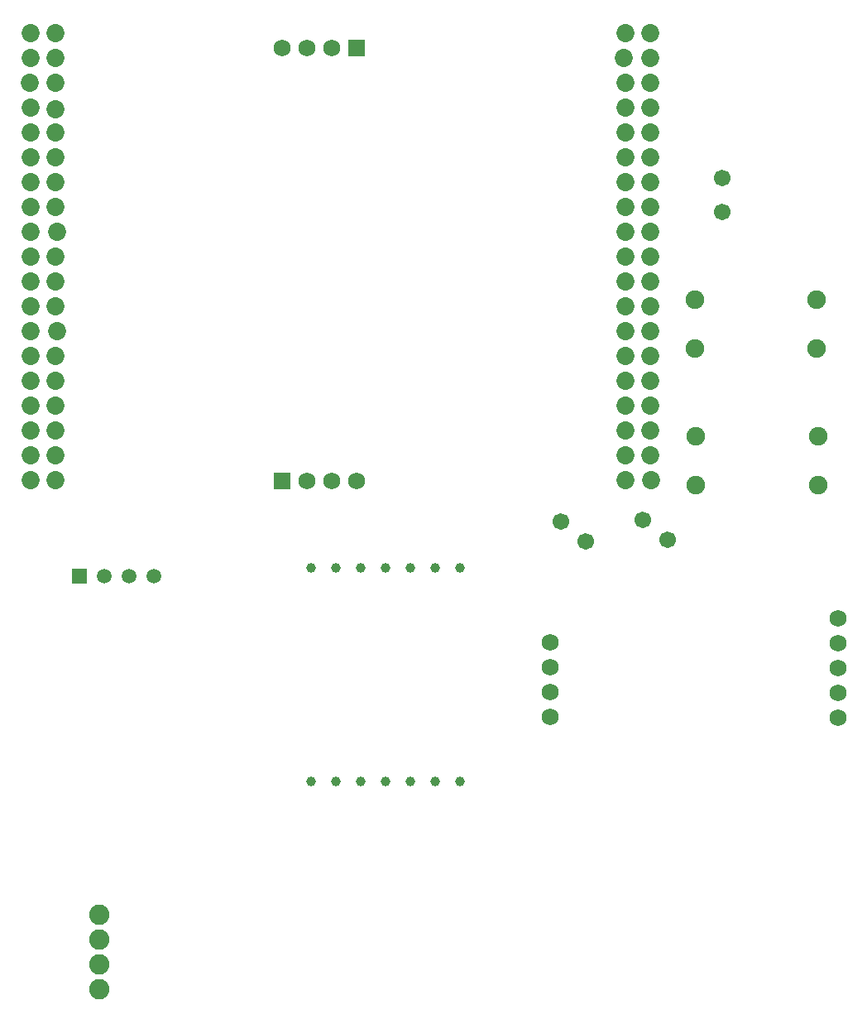
<source format=gbs>
G04 Layer: BottomSolderMaskLayer*
G04 EasyEDA v6.4.25, 2021-10-17T04:34:47+09:00*
G04 29e239aed29846d893758c3e788ce2c8,c0f7d9c09faf4ba5b776d912e3b4b3b7,10*
G04 Gerber Generator version 0.2*
G04 Scale: 100 percent, Rotated: No, Reflected: No *
G04 Dimensions in millimeters *
G04 leading zeros omitted , absolute positions ,4 integer and 5 decimal *
%FSLAX45Y45*%
%MOMM*%

%ADD26C,1.5113*%
%ADD27C,1.7016*%
%ADD29C,1.9000*%
%ADD30C,1.0032*%
%ADD31C,1.7272*%
%ADD33C,2.0832*%
%ADD34C,1.8532*%

%LPD*%
G36*
X1486662Y7023608D02*
G01*
X1486662Y7174737D01*
X1637792Y7174737D01*
X1637792Y7023608D01*
G37*
D26*
G01*
X1816100Y7099300D03*
G01*
X2070100Y7099300D03*
G01*
X2324100Y7099300D03*
D27*
G01*
X8140700Y11173205D03*
G01*
X8140700Y10823194D03*
G01*
X7329906Y7669199D03*
G01*
X7579893Y7469200D03*
G01*
X6491706Y7656499D03*
G01*
X6741693Y7456500D03*
D29*
G01*
X7858607Y9927386D03*
G01*
X9108617Y9927386D03*
G01*
X7858607Y9427387D03*
G01*
X9108617Y9427387D03*
G01*
X7871307Y8530386D03*
G01*
X9121317Y8530386D03*
G01*
X7871307Y8030387D03*
G01*
X9121317Y8030387D03*
D30*
G01*
X3935602Y7178700D03*
G01*
X4951602Y7178700D03*
G01*
X4697602Y7178700D03*
G01*
X4443602Y7178700D03*
G01*
X4189602Y7178700D03*
G01*
X3935602Y4998694D03*
G01*
X4951602Y4998694D03*
G01*
X4697602Y4998694D03*
G01*
X4443602Y4998694D03*
G01*
X4189602Y4998694D03*
G01*
X5459602Y4998694D03*
G01*
X5205602Y4998694D03*
G01*
X5459602Y7178700D03*
G01*
X5205602Y7178700D03*
D31*
G01*
X9327794Y5906998D03*
G01*
X9327794Y6160998D03*
G01*
X9327794Y6414998D03*
G01*
X9327794Y6668998D03*
G01*
X6377787Y5657011D03*
G01*
X6377787Y5911011D03*
G01*
X6377787Y6165011D03*
G01*
X6377787Y6419011D03*
G01*
X9327794Y5652998D03*
G01*
X3638041Y12498324D03*
G01*
X3892041Y12498324D03*
G01*
X4146041Y12498324D03*
G36*
X4313681Y12411963D02*
G01*
X4313681Y12584684D01*
X4486402Y12584684D01*
X4486402Y12411963D01*
G37*
G36*
X3551681Y7981950D02*
G01*
X3551681Y8154670D01*
X3724402Y8154670D01*
X3724402Y7981950D01*
G37*
G01*
X3892041Y8068310D03*
G01*
X4146041Y8068310D03*
G01*
X4400041Y8068310D03*
D33*
G01*
X1765300Y3632200D03*
G01*
X1765300Y3378200D03*
G01*
X1765300Y3124200D03*
G01*
X1765300Y2870200D03*
D34*
G01*
X1066800Y12649200D03*
G01*
X1320800Y12649200D03*
G01*
X1066800Y12395200D03*
G01*
X1320800Y12395200D03*
G01*
X1054100Y12141200D03*
G01*
X1320800Y12141200D03*
G01*
X1066800Y11887200D03*
G01*
X1320800Y11874500D03*
G01*
X1066800Y11633200D03*
G01*
X1320800Y11633200D03*
G01*
X1066800Y11379200D03*
G01*
X1320800Y11379200D03*
G01*
X1066800Y11125200D03*
G01*
X1320800Y11125200D03*
G01*
X1066800Y10871200D03*
G01*
X1320800Y10871200D03*
G01*
X1066800Y10617200D03*
G01*
X1333500Y10617200D03*
G01*
X1066800Y10363200D03*
G01*
X1320800Y10363200D03*
G01*
X1066800Y10109200D03*
G01*
X1320800Y10109200D03*
G01*
X1066800Y9855200D03*
G01*
X1320800Y9855200D03*
G01*
X1066800Y9601200D03*
G01*
X1333500Y9601200D03*
G01*
X1066800Y9347200D03*
G01*
X1320800Y9347200D03*
G01*
X1066800Y9093200D03*
G01*
X1320800Y9093200D03*
G01*
X1066800Y8839200D03*
G01*
X1320800Y8839200D03*
G01*
X1066800Y8585200D03*
G01*
X1320800Y8585200D03*
G01*
X1066800Y8331200D03*
G01*
X1320800Y8331200D03*
G01*
X1066800Y8077200D03*
G01*
X1320800Y8077200D03*
G01*
X7150100Y12649200D03*
G01*
X7404100Y12649200D03*
G01*
X7137400Y12395200D03*
G01*
X7404100Y12395200D03*
G01*
X7150100Y12141200D03*
G01*
X7404100Y12141200D03*
G01*
X7150100Y11887200D03*
G01*
X7404100Y11887200D03*
G01*
X7150100Y11633200D03*
G01*
X7404100Y11633200D03*
G01*
X7150100Y11379200D03*
G01*
X7404100Y11379200D03*
G01*
X7150100Y11125200D03*
G01*
X7404100Y11125200D03*
G01*
X7150100Y10871200D03*
G01*
X7404100Y10871200D03*
G01*
X7150100Y10617200D03*
G01*
X7404100Y10617200D03*
G01*
X7150100Y10363200D03*
G01*
X7404100Y10363200D03*
G01*
X7150100Y10109200D03*
G01*
X7404100Y10109200D03*
G01*
X7150100Y9855200D03*
G01*
X7404100Y9855200D03*
G01*
X7150100Y9601200D03*
G01*
X7404100Y9601200D03*
G01*
X7150100Y9347200D03*
G01*
X7404100Y9347200D03*
G01*
X7150100Y9093200D03*
G01*
X7404100Y9093200D03*
G01*
X7150100Y8839200D03*
G01*
X7404100Y8839200D03*
G01*
X7150100Y8585200D03*
G01*
X7404100Y8585200D03*
G01*
X7150100Y8331200D03*
G01*
X7404100Y8331200D03*
G01*
X7150100Y8077200D03*
G01*
X7416800Y8077200D03*
M02*

</source>
